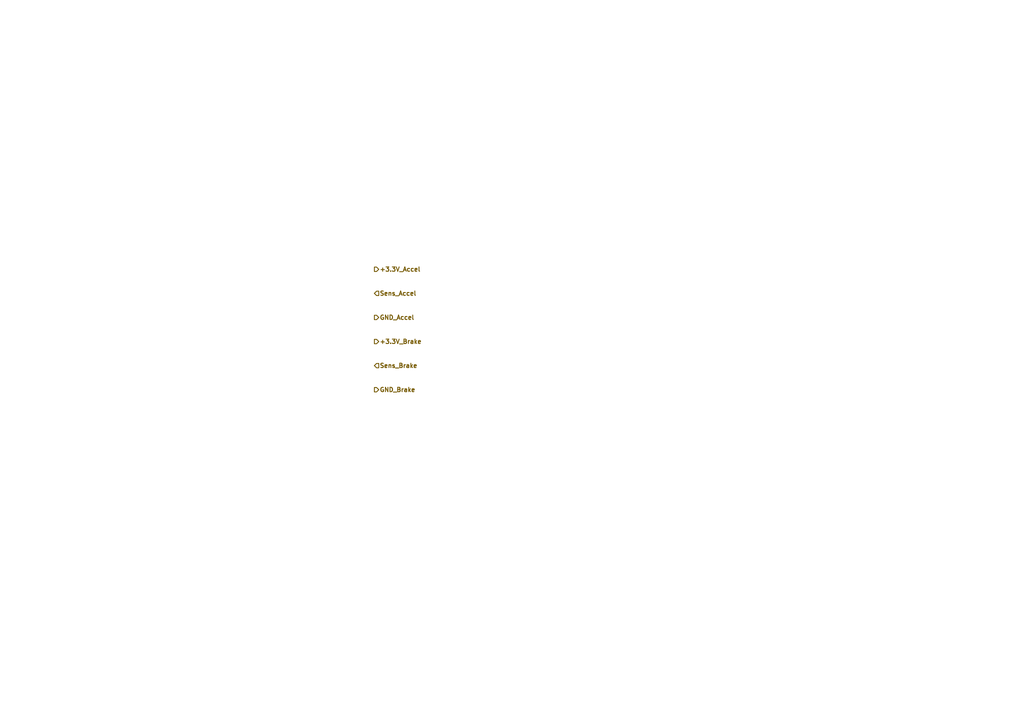
<source format=kicad_sch>
(kicad_sch
	(version 20231120)
	(generator "eeschema")
	(generator_version "8.0")
	(uuid "a75b9d60-efe3-42a6-8800-d99f3a66afe7")
	(paper "A4")
	(lib_symbols)
	(hierarchical_label "+3.3V_Accel"
		(shape output)
		(at 108.585 78.105 0)
		(fields_autoplaced yes)
		(effects
			(font
				(size 1.27 1.27)
				(bold yes)
			)
			(justify left)
		)
		(uuid "183e8477-738f-46e2-83ea-337c9df379aa")
	)
	(hierarchical_label "+3.3V_Brake"
		(shape output)
		(at 108.585 99.06 0)
		(fields_autoplaced yes)
		(effects
			(font
				(size 1.27 1.27)
				(bold yes)
			)
			(justify left)
		)
		(uuid "7e6cdf8e-3b7e-4657-9ad7-65fde9816980")
	)
	(hierarchical_label "GND_Accel"
		(shape output)
		(at 108.585 92.075 0)
		(fields_autoplaced yes)
		(effects
			(font
				(size 1.27 1.27)
				(bold yes)
			)
			(justify left)
		)
		(uuid "d41c8e06-a38f-43a5-835a-bc6ef13a4c95")
	)
	(hierarchical_label "GND_Brake"
		(shape output)
		(at 108.585 113.03 0)
		(fields_autoplaced yes)
		(effects
			(font
				(size 1.27 1.27)
				(bold yes)
			)
			(justify left)
		)
		(uuid "d5df2785-e539-4ae2-9d62-15617a9c2fa5")
	)
	(hierarchical_label "Sens_Accel"
		(shape input)
		(at 108.585 85.09 0)
		(fields_autoplaced yes)
		(effects
			(font
				(size 1.27 1.27)
				(bold yes)
			)
			(justify left)
		)
		(uuid "df48f17f-bf00-49cb-96c6-a55a6c021ed5")
	)
	(hierarchical_label "Sens_Brake"
		(shape input)
		(at 108.585 106.045 0)
		(fields_autoplaced yes)
		(effects
			(font
				(size 1.27 1.27)
				(bold yes)
			)
			(justify left)
		)
		(uuid "f9f0f647-db80-4116-b5b1-8de2ec1bbe16")
	)
)
</source>
